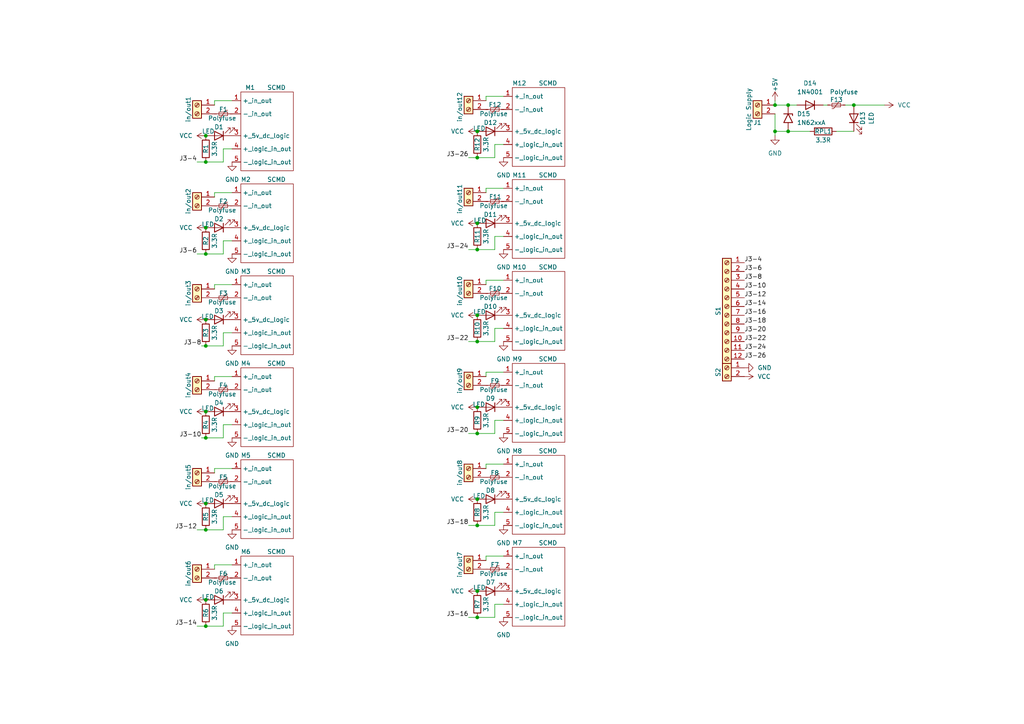
<source format=kicad_sch>
(kicad_sch (version 20231120) (generator "eeschema") (generator_version "8.0")
  (paper "A4")
  (lib_symbols
    (symbol "Connector:Screw_Terminal_01x02" (pin_names (offset 1.016) hide)
      (property "Reference" "J" (at 0 2.54 0))
      (property "Value" "Screw_Terminal_01x02" (at 0 -5.08 0))
      (symbol "Screw_Terminal_01x02_1_1"
        (rectangle (start -1.27 1.27) (end 1.27 -3.81) (stroke (width 0.254)) (fill (type background)))
        (circle (center 0 -2.54) (radius 0.635) (stroke (width 0.1524)))
        (polyline (pts (xy -0.5334 -2.2098) (xy 0.3302 -3.048)) (stroke (width 0.1524)))
        (polyline (pts (xy -0.5334 0.3302) (xy 0.3302 -0.508)) (stroke (width 0.1524)))
        (polyline (pts (xy -0.3556 -2.032) (xy 0.508 -2.8702)) (stroke (width 0.1524)))
        (polyline (pts (xy -0.3556 0.508) (xy 0.508 -0.3302)) (stroke (width 0.1524)))
        (circle (center 0 0) (radius 0.635) (stroke (width 0.1524)))
        (pin passive line (at -5.08 0 0) (length 3.81) (name "Pin_1") (number "1"))
        (pin passive line (at -5.08 -2.54 0) (length 3.81) (name "Pin_2") (number "2"))
      )
    )
    (symbol "Connector:Screw_Terminal_01x12" (pin_names (offset 1.016) hide)
      (property "Reference" "J" (at 0 15.24 0))
      (property "Value" "Screw_Terminal_01x12" (at 0 -17.78 0))
      (symbol "Screw_Terminal_01x12_1_1"
        (rectangle (start -1.27 13.97) (end 1.27 -16.51) (stroke (width 0.254)) (fill (type background)))
        (circle (center 0 -15.24) (radius 0.635) (stroke (width 0.1524)))
        (circle (center 0 -12.7) (radius 0.635) (stroke (width 0.1524)))
        (circle (center 0 -10.16) (radius 0.635) (stroke (width 0.1524)))
        (circle (center 0 -7.62) (radius 0.635) (stroke (width 0.1524)))
        (circle (center 0 -5.08) (radius 0.635) (stroke (width 0.1524)))
        (circle (center 0 -2.54) (radius 0.635) (stroke (width 0.1524)))
        (polyline (pts (xy -0.5334 -14.9098) (xy 0.3302 -15.748)) (stroke (width 0.1524)))
        (polyline (pts (xy -0.5334 -12.3698) (xy 0.3302 -13.208)) (stroke (width 0.1524)))
        (polyline (pts (xy -0.5334 -9.8298) (xy 0.3302 -10.668)) (stroke (width 0.1524)))
        (polyline (pts (xy -0.5334 -7.2898) (xy 0.3302 -8.128)) (stroke (width 0.1524)))
        (polyline (pts (xy -0.5334 -4.7498) (xy 0.3302 -5.588)) (stroke (width 0.1524)))
        (polyline (pts (xy -0.5334 -2.2098) (xy 0.3302 -3.048)) (stroke (width 0.1524)))
        (polyline (pts (xy -0.5334 0.3302) (xy 0.3302 -0.508)) (stroke (width 0.1524)))
        (polyline (pts (xy -0.5334 2.8702) (xy 0.3302 2.032)) (stroke (width 0.1524)))
        (polyline (pts (xy -0.5334 5.4102) (xy 0.3302 4.572)) (stroke (width 0.1524)))
        (polyline (pts (xy -0.5334 7.9502) (xy 0.3302 7.112)) (stroke (width 0.1524)))
        (polyline (pts (xy -0.5334 10.4902) (xy 0.3302 9.652)) (stroke (width 0.1524)))
        (polyline (pts (xy -0.5334 13.0302) (xy 0.3302 12.192)) (stroke (width 0.1524)))
        (polyline (pts (xy -0.3556 -14.732) (xy 0.508 -15.5702)) (stroke (width 0.1524)))
        (polyline (pts (xy -0.3556 -12.192) (xy 0.508 -13.0302)) (stroke (width 0.1524)))
        (polyline (pts (xy -0.3556 -9.652) (xy 0.508 -10.4902)) (stroke (width 0.1524)))
        (polyline (pts (xy -0.3556 -7.112) (xy 0.508 -7.9502)) (stroke (width 0.1524)))
        (polyline (pts (xy -0.3556 -4.572) (xy 0.508 -5.4102)) (stroke (width 0.1524)))
        (polyline (pts (xy -0.3556 -2.032) (xy 0.508 -2.8702)) (stroke (width 0.1524)))
        (polyline (pts (xy -0.3556 0.508) (xy 0.508 -0.3302)) (stroke (width 0.1524)))
        (polyline (pts (xy -0.3556 3.048) (xy 0.508 2.2098)) (stroke (width 0.1524)))
        (polyline (pts (xy -0.3556 5.588) (xy 0.508 4.7498)) (stroke (width 0.1524)))
        (polyline (pts (xy -0.3556 8.128) (xy 0.508 7.2898)) (stroke (width 0.1524)))
        (polyline (pts (xy -0.3556 10.668) (xy 0.508 9.8298)) (stroke (width 0.1524)))
        (polyline (pts (xy -0.3556 13.208) (xy 0.508 12.3698)) (stroke (width 0.1524)))
        (circle (center 0 0) (radius 0.635) (stroke (width 0.1524)))
        (circle (center 0 2.54) (radius 0.635) (stroke (width 0.1524)))
        (circle (center 0 5.08) (radius 0.635) (stroke (width 0.1524)))
        (circle (center 0 7.62) (radius 0.635) (stroke (width 0.1524)))
        (circle (center 0 10.16) (radius 0.635) (stroke (width 0.1524)))
        (circle (center 0 12.7) (radius 0.635) (stroke (width 0.1524)))
        (pin passive line (at -5.08 12.7 0) (length 3.81) (name "Pin_1") (number "1"))
        (pin passive line (at -5.08 -10.16 0) (length 3.81) (name "Pin_10") (number "10"))
        (pin passive line (at -5.08 -12.7 0) (length 3.81) (name "Pin_11") (number "11"))
        (pin passive line (at -5.08 -15.24 0) (length 3.81) (name "Pin_12") (number "12"))
        (pin passive line (at -5.08 10.16 0) (length 3.81) (name "Pin_2") (number "2"))
        (pin passive line (at -5.08 7.62 0) (length 3.81) (name "Pin_3") (number "3"))
        (pin passive line (at -5.08 5.08 0) (length 3.81) (name "Pin_4") (number "4"))
        (pin passive line (at -5.08 2.54 0) (length 3.81) (name "Pin_5") (number "5"))
        (pin passive line (at -5.08 0 0) (length 3.81) (name "Pin_6") (number "6"))
        (pin passive line (at -5.08 -2.54 0) (length 3.81) (name "Pin_7") (number "7"))
        (pin passive line (at -5.08 -5.08 0) (length 3.81) (name "Pin_8") (number "8"))
        (pin passive line (at -5.08 -7.62 0) (length 3.81) (name "Pin_9") (number "9"))
      )
    )
    (symbol "Device:LED" (pin_numbers hide) (pin_names (offset 1.016) hide)
      (property "Reference" "D" (at 0 2.54 0))
      (property "Value" "LED" (at 0 -2.54 0))
      (symbol "LED_0_1"
        (polyline (pts (xy -1.27 -1.27) (xy -1.27 1.27)) (stroke (width 0.254)))
        (polyline (pts (xy -1.27 0) (xy 1.27 0)))
        (polyline (pts (xy 1.27 -1.27) (xy 1.27 1.27) (xy -1.27 0) (xy 1.27 -1.27)) (stroke (width 0.254)))
        (polyline (pts (xy -3.048 -0.762) (xy -4.572 -2.286) (xy -3.81 -2.286) (xy -4.572 -2.286) (xy -4.572 -1.524)))
        (polyline (pts (xy -1.778 -0.762) (xy -3.302 -2.286) (xy -2.54 -2.286) (xy -3.302 -2.286) (xy -3.302 -1.524)))
      )
      (symbol "LED_1_1"
        (pin passive line (at -3.81 0 0) (length 2.54) (name "K") (number "1"))
        (pin passive line (at 3.81 0 180) (length 2.54) (name "A") (number "2"))
      )
    )
    (symbol "Device:Polyfuse_Small" (pin_numbers hide) (pin_names (offset 0))
      (property "Reference" "F" (at -1.905 0 90))
      (property "Value" "Polyfuse_Small" (at 1.905 0 90))
      (symbol "Polyfuse_Small_0_1"
        (rectangle (start -0.508 1.27) (end 0.508 -1.27))
        (polyline (pts (xy 0 2.54) (xy 0 -2.54)))
        (polyline (pts (xy -1.016 1.27) (xy -1.016 0.762) (xy 1.016 -0.762) (xy 1.016 -1.27)))
      )
      (symbol "Polyfuse_Small_1_1"
        (pin passive line (at 0 2.54 270) (length 0.635) (name "~") (number "1"))
        (pin passive line (at 0 -2.54 90) (length 0.635) (name "~") (number "2"))
      )
    )
    (symbol "Device:R" (pin_numbers hide) (pin_names (offset 0))
      (property "Reference" "R" (at 2.032 0 90))
      (property "Value" "R" (at 0 0 90))
      (symbol "R_0_1"
        (rectangle (start -1.016 -2.54) (end 1.016 2.54) (stroke (width 0.254)))
      )
      (symbol "R_1_1"
        (pin passive line (at 0 3.81 270) (length 1.27) (name "~") (number "1"))
        (pin passive line (at 0 -3.81 90) (length 1.27) (name "~") (number "2"))
      )
    )
    (symbol "Diode:1N4001" (pin_numbers hide) (pin_names hide)
      (property "Reference" "D" (at 0 2.54 0))
      (property "Value" "1N4001" (at 0 -2.54 0))
      (symbol "1N4001_0_1"
        (polyline (pts (xy -1.27 1.27) (xy -1.27 -1.27)) (stroke (width 0.254)))
        (polyline (pts (xy 1.27 0) (xy -1.27 0)))
        (polyline (pts (xy 1.27 1.27) (xy 1.27 -1.27) (xy -1.27 0) (xy 1.27 1.27)) (stroke (width 0.254)))
      )
      (symbol "1N4001_1_1"
        (pin passive line (at -3.81 0 0) (length 2.54) (name "K") (number "1"))
        (pin passive line (at 3.81 0 180) (length 2.54) (name "A") (number "2"))
      )
    )
    (symbol "Diode:1N62xxA" (pin_numbers hide) (pin_names (offset 1.016) hide)
      (property "Reference" "D" (at 0 2.54 0))
      (property "Value" "1N62xxA" (at 0 -2.54 0))
      (symbol "1N62xxA_0_1"
        (polyline (pts (xy -0.762 1.27) (xy -1.27 1.27) (xy -1.27 -1.27)) (stroke (width 0.254)))
        (polyline (pts (xy 1.27 1.27) (xy 1.27 -1.27) (xy -1.27 0) (xy 1.27 1.27)) (stroke (width 0.254)))
      )
      (symbol "1N62xxA_1_1"
        (pin passive line (at -3.81 0 0) (length 2.54) (name "A1") (number "1"))
        (pin passive line (at 3.81 0 180) (length 2.54) (name "A2") (number "2"))
      )
    )
    (symbol "SCMD-Module-DIM:SCMD-Module"
      (property "Reference" "M" (at 3.81 1.27 0))
      (property "Value" "SCMD" (at 6.35 -24.13 0))
      (symbol "SCMD-Module_0_1"
        (rectangle (start 0 0) (end 15.24 -22.86))
      )
      (symbol "SCMD-Module_1_1"
        (pin bidirectional line (at -2.54 -2.54 0) (length 2.54) (name "+_in_out") (number "1"))
        (pin bidirectional line (at -2.54 -6.35 0) (length 2.54) (name "-_in_out") (number "2"))
        (pin input line (at -2.54 -12.7 0) (length 2.54) (name "+_5v_dc_logic") (number "3"))
        (pin bidirectional line (at -2.54 -16.51 0) (length 2.54) (name "+_logic_in_out") (number "4"))
        (pin bidirectional line (at -2.54 -20.32 0) (length 2.54) (name "-_logic_in_out") (number "5"))
      )
    )
    (symbol "power:+5V" (power) (pin_names (offset 0))
      (property "Value" "+5V" (at 0 3.556 0))
      (symbol "+5V_0_1"
        (polyline (pts (xy -0.762 1.27) (xy 0 2.54)))
        (polyline (pts (xy 0 0) (xy 0 2.54)))
        (polyline (pts (xy 0 2.54) (xy 0.762 1.27)))
      )
      (symbol "+5V_1_1"
        (pin power_in line (at 0 0 90) (length 0) hide (name "+5V") (number "1"))
      )
    )
    (symbol "power:GND" (power) (pin_names (offset 0))
      (property "Value" "GND" (at 0 -3.81 0))
      (symbol "GND_0_1"
        (polyline (pts (xy 0 0) (xy 0 -1.27) (xy 1.27 -1.27) (xy 0 -2.54) (xy -1.27 -1.27) (xy 0 -1.27)))
      )
      (symbol "GND_1_1"
        (pin power_in line (at 0 0 270) (length 0) hide (name "GND") (number "1"))
      )
    )
    (symbol "power:VCC" (power) (pin_names (offset 0))
      (property "Value" "VCC" (at 0 3.81 0))
      (symbol "VCC_0_1"
        (polyline (pts (xy -0.762 1.27) (xy 0 2.54)))
        (polyline (pts (xy 0 0) (xy 0 2.54)))
        (polyline (pts (xy 0 2.54) (xy 0.762 1.27)))
      )
      (symbol "VCC_1_1"
        (pin power_in line (at 0 0 90) (length 0) hide (name "VCC") (number "1"))
      )
    )
  )
  (junction (at 59.69 73.66))
  (junction (at 59.69 153.67))
  (junction (at 138.43 99.06))
  (junction (at 228.6 30.48))
  (junction (at 138.43 38.1))
  (junction (at 59.69 119.38))
  (junction (at 138.43 64.77))
  (junction (at 224.79 38.1))
  (junction (at 138.43 179.07))
  (junction (at 138.43 118.11))
  (junction (at 138.43 171.45))
  (junction (at 138.43 91.44))
  (junction (at 224.79 30.48))
  (junction (at 138.43 152.4))
  (junction (at 138.43 125.73))
  (junction (at 59.69 173.99))
  (junction (at 59.69 46.99))
  (junction (at 228.6 38.1))
  (junction (at 59.69 66.04))
  (junction (at 247.65 30.48))
  (junction (at 138.43 72.39))
  (junction (at 59.69 127))
  (junction (at 59.69 100.33))
  (junction (at 138.43 45.72))
  (junction (at 59.69 92.71))
  (junction (at 59.69 146.05))
  (junction (at 59.69 39.37))
  (junction (at 138.43 144.78))
  (junction (at 59.69 181.61))
  (wire (pts (xy 57.15 153.67) (xy 59.69 153.67)))
  (wire (pts (xy 228.6 38.1) (xy 224.79 38.1)))
  (wire (pts (xy 64.77 46.99) (xy 64.77 43.18)))
  (wire (pts (xy 143.51 95.25) (xy 146.05 95.25)))
  (wire (pts (xy 247.65 30.48) (xy 256.54 30.48)))
  (wire (pts (xy 140.97 81.28) (xy 146.05 81.28)))
  (wire (pts (xy 57.15 73.66) (xy 59.69 73.66)))
  (wire (pts (xy 138.43 179.07) (xy 143.51 179.07)))
  (wire (pts (xy 59.69 73.66) (xy 64.77 73.66)))
  (wire (pts (xy 64.77 123.19) (xy 67.31 123.19)))
  (wire (pts (xy 228.6 30.48) (xy 224.79 30.48)))
  (wire (pts (xy 140.97 54.61) (xy 146.05 54.61)))
  (wire (pts (xy 135.89 99.06) (xy 138.43 99.06)))
  (wire (pts (xy 62.23 83.82) (xy 62.23 82.55)))
  (wire (pts (xy 64.77 149.86) (xy 67.31 149.86)))
  (wire (pts (xy 140.97 162.56) (xy 140.97 161.29)))
  (wire (pts (xy 140.97 107.95) (xy 146.05 107.95)))
  (wire (pts (xy 240.03 30.48) (xy 238.76 30.48)))
  (wire (pts (xy 62.23 137.16) (xy 62.23 135.89)))
  (wire (pts (xy 135.89 72.39) (xy 138.43 72.39)))
  (wire (pts (xy 59.69 153.67) (xy 64.77 153.67)))
  (wire (pts (xy 224.79 29.21) (xy 224.79 30.48)))
  (wire (pts (xy 247.65 38.1) (xy 242.57 38.1)))
  (wire (pts (xy 224.79 39.37) (xy 224.79 38.1)))
  (wire (pts (xy 143.51 148.59) (xy 146.05 148.59)))
  (wire (pts (xy 59.69 127) (xy 64.77 127)))
  (wire (pts (xy 64.77 127) (xy 64.77 123.19)))
  (wire (pts (xy 224.79 33.02) (xy 224.79 38.1)))
  (wire (pts (xy 140.97 82.55) (xy 140.97 81.28)))
  (wire (pts (xy 143.51 175.26) (xy 146.05 175.26)))
  (wire (pts (xy 62.23 135.89) (xy 67.31 135.89)))
  (wire (pts (xy 143.51 68.58) (xy 146.05 68.58)))
  (wire (pts (xy 135.89 125.73) (xy 138.43 125.73)))
  (wire (pts (xy 143.51 72.39) (xy 143.51 68.58)))
  (wire (pts (xy 62.23 82.55) (xy 67.31 82.55)))
  (wire (pts (xy 135.89 45.72) (xy 138.43 45.72)))
  (wire (pts (xy 140.97 109.22) (xy 140.97 107.95)))
  (wire (pts (xy 58.42 127) (xy 59.69 127)))
  (wire (pts (xy 143.51 152.4) (xy 143.51 148.59)))
  (wire (pts (xy 143.51 45.72) (xy 143.51 41.91)))
  (wire (pts (xy 62.23 109.22) (xy 67.31 109.22)))
  (wire (pts (xy 138.43 152.4) (xy 143.51 152.4)))
  (wire (pts (xy 140.97 161.29) (xy 146.05 161.29)))
  (wire (pts (xy 64.77 43.18) (xy 67.31 43.18)))
  (wire (pts (xy 140.97 135.89) (xy 140.97 134.62)))
  (wire (pts (xy 59.69 100.33) (xy 64.77 100.33)))
  (wire (pts (xy 57.15 46.99) (xy 59.69 46.99)))
  (wire (pts (xy 64.77 69.85) (xy 67.31 69.85)))
  (wire (pts (xy 138.43 72.39) (xy 143.51 72.39)))
  (wire (pts (xy 59.69 46.99) (xy 64.77 46.99)))
  (wire (pts (xy 135.89 179.07) (xy 138.43 179.07)))
  (wire (pts (xy 62.23 57.15) (xy 62.23 55.88)))
  (wire (pts (xy 234.95 38.1) (xy 228.6 38.1)))
  (wire (pts (xy 140.97 55.88) (xy 140.97 54.61)))
  (wire (pts (xy 58.42 100.33) (xy 59.69 100.33)))
  (wire (pts (xy 59.69 181.61) (xy 64.77 181.61)))
  (wire (pts (xy 140.97 27.94) (xy 146.05 27.94)))
  (wire (pts (xy 138.43 45.72) (xy 143.51 45.72)))
  (wire (pts (xy 135.89 152.4) (xy 138.43 152.4)))
  (wire (pts (xy 143.51 121.92) (xy 146.05 121.92)))
  (wire (pts (xy 62.23 163.83) (xy 67.31 163.83)))
  (wire (pts (xy 140.97 29.21) (xy 140.97 27.94)))
  (wire (pts (xy 62.23 29.21) (xy 67.31 29.21)))
  (wire (pts (xy 64.77 153.67) (xy 64.77 149.86)))
  (wire (pts (xy 62.23 30.48) (xy 62.23 29.21)))
  (wire (pts (xy 143.51 99.06) (xy 143.51 95.25)))
  (wire (pts (xy 64.77 181.61) (xy 64.77 177.8)))
  (wire (pts (xy 64.77 96.52) (xy 67.31 96.52)))
  (wire (pts (xy 143.51 125.73) (xy 143.51 121.92)))
  (wire (pts (xy 143.51 179.07) (xy 143.51 175.26)))
  (wire (pts (xy 140.97 134.62) (xy 146.05 134.62)))
  (wire (pts (xy 231.14 30.48) (xy 228.6 30.48)))
  (wire (pts (xy 62.23 55.88) (xy 67.31 55.88)))
  (wire (pts (xy 245.11 30.48) (xy 247.65 30.48)))
  (wire (pts (xy 64.77 73.66) (xy 64.77 69.85)))
  (wire (pts (xy 64.77 177.8) (xy 67.31 177.8)))
  (wire (pts (xy 57.15 181.61) (xy 59.69 181.61)))
  (wire (pts (xy 64.77 100.33) (xy 64.77 96.52)))
  (wire (pts (xy 62.23 110.49) (xy 62.23 109.22)))
  (wire (pts (xy 138.43 125.73) (xy 143.51 125.73)))
  (wire (pts (xy 143.51 41.91) (xy 146.05 41.91)))
  (wire (pts (xy 62.23 165.1) (xy 62.23 163.83)))
  (wire (pts (xy 138.43 99.06) (xy 143.51 99.06)))
  (label "J3-4" (at 57.15 46.99 180))
  (label "J3-4" (at 215.9 76.2 0))
  (label "J3-24" (at 135.89 72.39 180))
  (label "J3-20" (at 215.9 96.52 0))
  (label "J3-24" (at 215.9 101.6 0))
  (label "J3-16" (at 215.9 91.44 0))
  (label "J3-12" (at 57.15 153.67 180))
  (label "J3-22" (at 215.9 99.06 0))
  (label "J3-14" (at 215.9 88.9 0))
  (label "J3-20" (at 135.89 125.73 180))
  (label "J3-10" (at 215.9 83.82 0))
  (label "J3-26" (at 215.9 104.14 0))
  (label "J3-16" (at 135.89 179.07 180))
  (label "J3-12" (at 215.9 86.36 0))
  (label "J3-6" (at 57.15 73.66 180))
  (label "J3-8" (at 215.9 81.28 0))
  (label "J3-8" (at 58.42 100.33 180))
  (label "J3-18" (at 135.89 152.4 180))
  (label "J3-22" (at 135.89 99.06 180))
  (label "J3-6" (at 215.9 78.74 0))
  (label "J3-10" (at 58.42 127 180))
  (label "J3-18" (at 215.9 93.98 0))
  (label "J3-14" (at 57.15 181.61 180))
  (label "J3-26" (at 135.89 45.72 180))
  (symbol (lib_id "SCMD-Module-DIM:SCMD-Module") (at 69.85 80.01 0) (unit 1)
    (property "Reference" "M3" (at 69.85 78.74 0) (effects (justify left)))
    (property "Value" "SCMD" (at 77.47 78.74 0) (effects (justify left)))
    (property "Footprint" "Dataforth Modules:SCMD-Module-DIM" (effects (hide yes)))
    (property "Datasheet" "https://www.dataforth.com/media/pdf/SCMD-Module-DIM.pdf" (effects (hide yes)))
  )
  (symbol (lib_id "Connector:Screw_Terminal_01x02") (at 57.15 30.48 0) (mirror y) (unit 1)
    (property "Reference" "in/out1" (at 54.61 27.94 90) (effects (justify right)))
    (property "Value" "Screw_Terminal_01x02" (effects (hide yes)))
    (property "Footprint" "TerminalBlock_Phoenix:TerminalBlock_Phoenix_MPT-0,5-2-2.54_1x02_P2.54mm_Horizontal" (effects (hide yes)))
  )
  (symbol (lib_id "Device:Polyfuse_Small") (at 143.51 85.09 90) (unit 1)
    (property "Reference" "F10" (at 145.4777 83.6981 90) (effects (justify left)))
    (property "Value" "Polyfuse" (at 147.32 86.36 90) (effects (justify left)))
    (property "Footprint" "Fuse:Fuse_BelFuse_0ZRE0016FF_L9.9mm_W3.8mm" (effects (hide yes)))
  )
  (symbol (lib_id "power:VCC") (at 138.43 91.44 90) (unit 1)
    (property "Reference" "#PWR015" (effects (hide yes)))
    (property "Value" "VCC" (at 134.62 91.44 90) (effects (justify left)))
  )
  (symbol (lib_id "Device:Polyfuse_Small") (at 242.57 30.48 90) (unit 1)
    (property "Reference" "F13" (at 244.4765 28.9161 90) (effects (justify left)))
    (property "Value" "Polyfuse" (at 248.92 26.67 90) (effects (justify left)))
    (property "Footprint" "Fuse:Fuse_BelFuse_0ZRE0016FF_L9.9mm_W3.8mm" (effects (hide yes)))
  )
  (symbol (lib_id "SCMD-Module-DIM:SCMD-Module") (at 69.85 53.34 0) (unit 1)
    (property "Reference" "M2" (at 69.85 52.07 0) (effects (justify left)))
    (property "Value" "SCMD" (at 77.47 52.07 0) (effects (justify left)))
    (property "Footprint" "Dataforth Modules:SCMD-Module-DIM" (effects (hide yes)))
    (property "Datasheet" "https://www.dataforth.com/media/pdf/SCMD-Module-DIM.pdf" (effects (hide yes)))
  )
  (symbol (lib_id "SCMD-Module-DIM:SCMD-Module") (at 148.59 105.41 0) (unit 1)
    (property "Reference" "M9" (at 148.59 104.14 0) (effects (justify left)))
    (property "Value" "SCMD" (at 156.21 104.14 0) (effects (justify left)))
    (property "Footprint" "Dataforth Modules:SCMD-Module-DIM" (effects (hide yes)))
    (property "Datasheet" "https://www.dataforth.com/media/pdf/SCMD-Module-DIM.pdf" (effects (hide yes)))
  )
  (symbol (lib_id "Device:LED") (at 142.24 64.77 180) (unit 1)
    (property "Reference" "D11" (at 142.24 62.23 0))
    (property "Value" "LED" (at 139.1947 63.9157 0))
    (property "Footprint" "LED_THT:LED_D3.0mm_Clear" (effects (hide yes)))
  )
  (symbol (lib_id "Diode:1N62xxA") (at 228.6 34.29 270) (unit 1)
    (property "Reference" "D15" (at 231.14 33.02 90) (effects (justify left)))
    (property "Value" "1N62xxA" (at 231.14 35.56 90) (effects (justify left)))
    (property "Footprint" "Diode_THT:D_DO-201AE_P15.24mm_Horizontal" (effects (hide yes)))
    (property "Datasheet" "https://www.vishay.com/docs/88301/15ke.pdf" (effects (hide yes)))
  )
  (symbol (lib_id "Device:R") (at 138.43 148.59 0) (mirror x) (unit 1)
    (property "Reference" "R8" (at 138.43 148.59 90))
    (property "Value" "3.3R" (at 140.97 148.59 90))
    (property "Footprint" "Resistor_THT:R_Axial_DIN0207_L6.3mm_D2.5mm_P7.62mm_Horizontal" (effects (hide yes)))
  )
  (symbol (lib_id "power:VCC") (at 138.43 38.1 90) (unit 1)
    (property "Reference" "#PWR017" (effects (hide yes)))
    (property "Value" "VCC" (at 134.62 38.1 90) (effects (justify left)))
  )
  (symbol (lib_id "power:GND") (at 67.31 100.33 0) (unit 1)
    (property "Reference" "#PWR021" (effects (hide yes)))
    (property "Value" "GND" (at 67.31 105.41 0))
  )
  (symbol (lib_id "SCMD-Module-DIM:SCMD-Module") (at 69.85 161.29 0) (unit 1)
    (property "Reference" "M6" (at 69.85 160.02 0) (effects (justify left)))
    (property "Value" "SCMD" (at 77.47 160.02 0) (effects (justify left)))
    (property "Footprint" "Dataforth Modules:SCMD-Module-DIM" (effects (hide yes)))
    (property "Datasheet" "https://www.dataforth.com/media/pdf/SCMD-Module-DIM.pdf" (effects (hide yes)))
  )
  (symbol (lib_id "Device:R") (at 59.69 69.85 0) (mirror x) (unit 1)
    (property "Reference" "R2" (at 59.69 69.85 90))
    (property "Value" "3.3R" (at 62.23 69.85 90))
    (property "Footprint" "Resistor_THT:R_Axial_DIN0207_L6.3mm_D2.5mm_P7.62mm_Horizontal" (effects (hide yes)))
  )
  (symbol (lib_id "Device:LED") (at 63.5 173.99 180) (unit 1)
    (property "Reference" "D6" (at 63.5 171.45 0))
    (property "Value" "LED" (at 60.3321 173.1314 0))
    (property "Footprint" "LED_THT:LED_D3.0mm_Clear" (effects (hide yes)))
  )
  (symbol (lib_id "power:VCC") (at 59.69 39.37 90) (unit 1)
    (property "Reference" "#PWR06" (effects (hide yes)))
    (property "Value" "VCC" (at 55.88 39.37 90) (effects (justify left)))
  )
  (symbol (lib_id "SCMD-Module-DIM:SCMD-Module") (at 148.59 52.07 0) (unit 1)
    (property "Reference" "M11" (at 148.59 50.8 0) (effects (justify left)))
    (property "Value" "SCMD" (at 156.21 50.8 0) (effects (justify left)))
    (property "Footprint" "Dataforth Modules:SCMD-Module-DIM" (effects (hide yes)))
    (property "Datasheet" "https://www.dataforth.com/media/pdf/SCMD-Module-DIM.pdf" (effects (hide yes)))
  )
  (symbol (lib_id "power:VCC") (at 59.69 173.99 90) (unit 1)
    (property "Reference" "#PWR011" (effects (hide yes)))
    (property "Value" "VCC" (at 55.88 173.99 90) (effects (justify left)))
  )
  (symbol (lib_id "Device:R") (at 138.43 41.91 0) (mirror x) (unit 1)
    (property "Reference" "R12" (at 138.43 41.91 90))
    (property "Value" "3.3R" (at 140.97 41.91 90))
    (property "Footprint" "Resistor_THT:R_Axial_DIN0207_L6.3mm_D2.5mm_P7.62mm_Horizontal" (effects (hide yes)))
  )
  (symbol (lib_id "power:VCC") (at 59.69 146.05 90) (unit 1)
    (property "Reference" "#PWR010" (effects (hide yes)))
    (property "Value" "VCC" (at 55.88 146.05 90) (effects (justify left)))
  )
  (symbol (lib_id "Device:R") (at 59.69 149.86 0) (mirror x) (unit 1)
    (property "Reference" "R5" (at 59.69 149.86 90))
    (property "Value" "3.3R" (at 62.23 149.86 90))
    (property "Footprint" "Resistor_THT:R_Axial_DIN0207_L6.3mm_D2.5mm_P7.62mm_Horizontal" (effects (hide yes)))
  )
  (symbol (lib_id "SCMD-Module-DIM:SCMD-Module") (at 69.85 26.67 0) (unit 1)
    (property "Reference" "M1" (at 71.12 25.4 0) (effects (justify left)))
    (property "Value" "SCMD" (at 77.47 25.4 0) (effects (justify left)))
    (property "Footprint" "Dataforth Modules:SCMD-Module-DIM" (effects (hide yes)))
    (property "Datasheet" "https://www.dataforth.com/media/pdf/SCMD-Module-DIM.pdf" (effects (hide yes)))
  )
  (symbol (lib_id "power:VCC") (at 256.54 30.48 270) (unit 1)
    (property "Reference" "#PWR01" (effects (hide yes)))
    (property "Value" "VCC" (at 260.35 30.48 90) (effects (justify left)))
  )
  (symbol (lib_id "power:GND") (at 67.31 46.99 0) (unit 1)
    (property "Reference" "#PWR018" (effects (hide yes)))
    (property "Value" "GND" (at 67.31 52.07 0))
  )
  (symbol (lib_id "Device:Polyfuse_Small") (at 64.77 33.02 90) (unit 1)
    (property "Reference" "F1" (at 66.04 31.75 90) (effects (justify left)))
    (property "Value" "Polyfuse" (at 68.58 34.29 90) (effects (justify left)))
    (property "Footprint" "Fuse:Fuse_BelFuse_0ZRE0016FF_L9.9mm_W3.8mm" (effects (hide yes)))
  )
  (symbol (lib_id "Device:Polyfuse_Small") (at 64.77 86.36 90) (unit 1)
    (property "Reference" "F3" (at 66.04 85.09 90) (effects (justify left)))
    (property "Value" "Polyfuse" (at 68.58 87.63 90) (effects (justify left)))
    (property "Footprint" "Fuse:Fuse_BelFuse_0ZRE0016FF_L9.9mm_W3.8mm" (effects (hide yes)))
  )
  (symbol (lib_id "power:GND") (at 67.31 181.61 0) (unit 1)
    (property "Reference" "#PWR022" (effects (hide yes)))
    (property "Value" "GND" (at 67.31 186.69 0))
  )
  (symbol (lib_id "Connector:Screw_Terminal_01x02") (at 57.15 137.16 0) (mirror y) (unit 1)
    (property "Reference" "in/out5" (at 54.61 134.62 90) (effects (justify right)))
    (property "Value" "Screw_Terminal_01x02" (effects (hide yes)))
    (property "Footprint" "TerminalBlock_Phoenix:TerminalBlock_Phoenix_MPT-0,5-2-2.54_1x02_P2.54mm_Horizontal" (effects (hide yes)))
  )
  (symbol (lib_id "Connector:Screw_Terminal_01x02") (at 135.89 162.56 0) (mirror y) (unit 1)
    (property "Reference" "in/out7" (at 133.35 160.02 90) (effects (justify right)))
    (property "Value" "Screw_Terminal_01x02" (effects (hide yes)))
    (property "Footprint" "TerminalBlock_Phoenix:TerminalBlock_Phoenix_MPT-0,5-2-2.54_1x02_P2.54mm_Horizontal" (effects (hide yes)))
  )
  (symbol (lib_id "Connector:Screw_Terminal_01x02") (at 135.89 82.55 0) (mirror y) (unit 1)
    (property "Reference" "in/out10" (at 133.35 80.01 90) (effects (justify right)))
    (property "Value" "Screw_Terminal_01x02" (effects (hide yes)))
    (property "Footprint" "TerminalBlock_Phoenix:TerminalBlock_Phoenix_MPT-0,5-2-2.54_1x02_P2.54mm_Horizontal" (effects (hide yes)))
  )
  (symbol (lib_id "Device:R") (at 59.69 96.52 0) (mirror x) (unit 1)
    (property "Reference" "R3" (at 59.69 96.52 90))
    (property "Value" "3.3R" (at 62.23 96.52 90))
    (property "Footprint" "Resistor_THT:R_Axial_DIN0207_L6.3mm_D2.5mm_P7.62mm_Horizontal" (effects (hide yes)))
  )
  (symbol (lib_id "Device:R") (at 138.43 68.58 0) (mirror x) (unit 1)
    (property "Reference" "R11" (at 138.43 68.58 90))
    (property "Value" "3.3R" (at 140.97 68.58 90))
    (property "Footprint" "Resistor_THT:R_Axial_DIN0207_L6.3mm_D2.5mm_P7.62mm_Horizontal" (effects (hide yes)))
  )
  (symbol (lib_id "Device:LED") (at 63.5 119.38 180) (unit 1)
    (property "Reference" "D4" (at 63.5 116.84 0))
    (property "Value" "LED" (at 60.2419 118.4085 0))
    (property "Footprint" "LED_THT:LED_D3.0mm_Clear" (effects (hide yes)))
  )
  (symbol (lib_id "power:GND") (at 67.31 73.66 0) (unit 1)
    (property "Reference" "#PWR019" (effects (hide yes)))
    (property "Value" "GND" (at 67.31 78.74 0))
  )
  (symbol (lib_id "power:GND") (at 146.05 72.39 0) (unit 1)
    (property "Reference" "#PWR025" (effects (hide yes)))
    (property "Value" "GND" (at 146.05 77.47 0))
  )
  (symbol (lib_id "Connector:Screw_Terminal_01x02") (at 57.15 57.15 0) (mirror y) (unit 1)
    (property "Reference" "in/out2" (at 54.61 54.61 90) (effects (justify right)))
    (property "Value" "Screw_Terminal_01x02" (effects (hide yes)))
    (property "Footprint" "TerminalBlock_Phoenix:TerminalBlock_Phoenix_MPT-0,5-2-2.54_1x02_P2.54mm_Horizontal" (effects (hide yes)))
  )
  (symbol (lib_id "Device:LED") (at 247.65 34.29 90) (unit 1)
    (property "Reference" "D13" (at 250.19 34.29 0))
    (property "Value" "LED" (at 252.73 34.29 0))
    (property "Footprint" "LED_THT:LED_D3.0mm_Clear" (effects (hide yes)))
  )
  (symbol (lib_id "Device:Polyfuse_Small") (at 143.51 31.75 90) (unit 1)
    (property "Reference" "F12" (at 145.4389 30.3689 90) (effects (justify left)))
    (property "Value" "Polyfuse" (at 147.32 33.02 90) (effects (justify left)))
    (property "Footprint" "Fuse:Fuse_BelFuse_0ZRE0016FF_L9.9mm_W3.8mm" (effects (hide yes)))
  )
  (symbol (lib_id "power:GND") (at 67.31 153.67 0) (unit 1)
    (property "Reference" "#PWR023" (effects (hide yes)))
    (property "Value" "GND" (at 67.31 158.75 0))
  )
  (symbol (lib_id "Connector:Screw_Terminal_01x02") (at 135.89 29.21 0) (mirror y) (unit 1)
    (property "Reference" "in/out12" (at 133.35 26.67 90) (effects (justify right)))
    (property "Value" "Screw_Terminal_01x02" (effects (hide yes)))
    (property "Footprint" "TerminalBlock_Phoenix:TerminalBlock_Phoenix_MPT-0,5-2-2.54_1x02_P2.54mm_Horizontal" (effects (hide yes)))
  )
  (symbol (lib_id "Connector:Screw_Terminal_01x02") (at 135.89 109.22 0) (mirror y) (unit 1)
    (property "Reference" "in/out9" (at 133.35 106.68 90) (effects (justify right)))
    (property "Value" "Screw_Terminal_01x02" (effects (hide yes)))
    (property "Footprint" "TerminalBlock_Phoenix:TerminalBlock_Phoenix_MPT-0,5-2-2.54_1x02_P2.54mm_Horizontal" (effects (hide yes)))
  )
  (symbol (lib_id "power:VCC") (at 138.43 118.11 90) (unit 1)
    (property "Reference" "#PWR014" (effects (hide yes)))
    (property "Value" "VCC" (at 134.62 118.11 90) (effects (justify left)))
  )
  (symbol (lib_id "SCMD-Module-DIM:SCMD-Module") (at 148.59 25.4 0) (unit 1)
    (property "Reference" "M12" (at 148.59 24.13 0) (effects (justify left)))
    (property "Value" "SCMD" (at 156.21 24.13 0) (effects (justify left)))
    (property "Footprint" "Dataforth Modules:SCMD-Module-DIM" (effects (hide yes)))
    (property "Datasheet" "https://www.dataforth.com/media/pdf/SCMD-Module-DIM.pdf" (effects (hide yes)))
  )
  (symbol (lib_id "Connector:Screw_Terminal_01x02") (at 57.15 83.82 0) (mirror y) (unit 1)
    (property "Reference" "in/out3" (at 54.61 81.28 90) (effects (justify right)))
    (property "Value" "Screw_Terminal_01x02" (effects (hide yes)))
    (property "Footprint" "TerminalBlock_Phoenix:TerminalBlock_Phoenix_MPT-0,5-2-2.54_1x02_P2.54mm_Horizontal" (effects (hide yes)))
  )
  (symbol (lib_id "Device:R") (at 138.43 95.25 0) (mirror x) (unit 1)
    (property "Reference" "R10" (at 138.43 95.25 90))
    (property "Value" "3.3R" (at 140.97 95.25 90))
    (property "Footprint" "Resistor_THT:R_Axial_DIN0207_L6.3mm_D2.5mm_P7.62mm_Horizontal" (effects (hide yes)))
  )
  (symbol (lib_id "Connector:Screw_Terminal_01x02") (at 135.89 135.89 0) (mirror y) (unit 1)
    (property "Reference" "in/out8" (at 133.35 133.35 90) (effects (justify right)))
    (property "Value" "Screw_Terminal_01x02" (effects (hide yes)))
    (property "Footprint" "TerminalBlock_Phoenix:TerminalBlock_Phoenix_MPT-0,5-2-2.54_1x02_P2.54mm_Horizontal" (effects (hide yes)))
  )
  (symbol (lib_id "Device:LED") (at 142.24 118.11 180) (unit 1)
    (property "Reference" "D9" (at 142.24 115.57 0))
    (property "Value" "LED" (at 138.8993 117.2908 0))
    (property "Footprint" "LED_THT:LED_D3.0mm_Clear" (effects (hide yes)))
  )
  (symbol (lib_id "power:VCC") (at 138.43 64.77 90) (unit 1)
    (property "Reference" "#PWR016" (effects (hide yes)))
    (property "Value" "VCC" (at 134.62 64.77 90) (effects (justify left)))
  )
  (symbol (lib_id "power:GND") (at 146.05 152.4 0) (unit 1)
    (property "Reference" "#PWR027" (effects (hide yes)))
    (property "Value" "GND" (at 146.05 157.48 0))
  )
  (symbol (lib_id "power:VCC") (at 59.69 66.04 90) (unit 1)
    (property "Reference" "#PWR07" (effects (hide yes)))
    (property "Value" "VCC" (at 55.88 66.04 90) (effects (justify left)))
  )
  (symbol (lib_id "SCMD-Module-DIM:SCMD-Module") (at 148.59 158.75 0) (unit 1)
    (property "Reference" "M7" (at 148.59 157.48 0) (effects (justify left)))
    (property "Value" "SCMD" (at 156.21 157.48 0) (effects (justify left)))
    (property "Footprint" "Dataforth Modules:SCMD-Module-DIM" (effects (hide yes)))
    (property "Datasheet" "https://www.dataforth.com/media/pdf/SCMD-Module-DIM.pdf" (effects (hide yes)))
  )
  (symbol (lib_id "SCMD-Module-DIM:SCMD-Module") (at 148.59 78.74 0) (unit 1)
    (property "Reference" "M10" (at 148.59 77.47 0) (effects (justify left)))
    (property "Value" "SCMD" (at 156.21 77.47 0) (effects (justify left)))
    (property "Footprint" "Dataforth Modules:SCMD-Module-DIM" (effects (hide yes)))
    (property "Datasheet" "https://www.dataforth.com/media/pdf/SCMD-Module-DIM.pdf" (effects (hide yes)))
  )
  (symbol (lib_id "Device:Polyfuse_Small") (at 143.51 138.43 90) (unit 1)
    (property "Reference" "F8" (at 144.78 137.16 90) (effects (justify left)))
    (property "Value" "Polyfuse" (at 147.32 139.7 90) (effects (justify left)))
    (property "Footprint" "Fuse:Fuse_BelFuse_0ZRE0016FF_L9.9mm_W3.8mm" (effects (hide yes)))
  )
  (symbol (lib_id "Device:R") (at 138.43 175.26 0) (mirror x) (unit 1)
    (property "Reference" "R7" (at 138.43 175.26 90))
    (property "Value" "3.3R" (at 140.97 175.26 90))
    (property "Footprint" "Resistor_THT:R_Axial_DIN0207_L6.3mm_D2.5mm_P7.62mm_Horizontal" (effects (hide yes)))
  )
  (symbol (lib_id "Device:LED") (at 142.24 91.44 180) (unit 1)
    (property "Reference" "D10" (at 142.24 88.9 0))
    (property "Value" "LED" (at 139.0721 90.4325 0))
    (property "Footprint" "LED_THT:LED_D3.0mm_Clear" (effects (hide yes)))
  )
  (symbol (lib_id "Device:R") (at 59.69 43.18 0) (mirror x) (unit 1)
    (property "Reference" "R1" (at 59.69 43.18 90))
    (property "Value" "3.3R" (at 62.23 43.18 90))
    (property "Footprint" "Resistor_THT:R_Axial_DIN0207_L6.3mm_D2.5mm_P7.62mm_Horizontal" (effects (hide yes)))
  )
  (symbol (lib_id "power:GND") (at 224.79 39.37 0) (unit 1)
    (property "Reference" "#PWR02" (effects (hide yes)))
    (property "Value" "GND" (at 224.79 44.45 0))
  )
  (symbol (lib_id "Device:LED") (at 142.24 38.1 180) (unit 1)
    (property "Reference" "D12" (at 142.24 35.56 0))
    (property "Value" "LED" (at 138.995 37.2552 0))
    (property "Footprint" "LED_THT:LED_D3.0mm_Clear" (effects (hide yes)))
  )
  (symbol (lib_id "SCMD-Module-DIM:SCMD-Module") (at 69.85 106.68 0) (unit 1)
    (property "Reference" "M4" (at 69.85 105.41 0) (effects (justify left)))
    (property "Value" "SCMD" (at 77.47 105.41 0) (effects (justify left)))
    (property "Footprint" "Dataforth Modules:SCMD-Module-DIM" (effects (hide yes)))
    (property "Datasheet" "https://www.dataforth.com/media/pdf/SCMD-Module-DIM.pdf" (effects (hide yes)))
  )
  (symbol (lib_id "SCMD-Module-DIM:SCMD-Module") (at 148.59 132.08 0) (unit 1)
    (property "Reference" "M8" (at 148.59 130.81 0) (effects (justify left)))
    (property "Value" "SCMD" (at 156.21 130.81 0) (effects (justify left)))
    (property "Footprint" "Dataforth Modules:SCMD-Module-DIM" (effects (hide yes)))
    (property "Datasheet" "https://www.dataforth.com/media/pdf/SCMD-Module-DIM.pdf" (effects (hide yes)))
  )
  (symbol (lib_id "Device:Polyfuse_Small") (at 143.51 165.1 90) (unit 1)
    (property "Reference" "F7" (at 144.78 163.83 90) (effects (justify left)))
    (property "Value" "Polyfuse" (at 147.32 166.37 90) (effects (justify left)))
    (property "Footprint" "Fuse:Fuse_BelFuse_0ZRE0016FF_L9.9mm_W3.8mm" (effects (hide yes)))
  )
  (symbol (lib_id "Device:R") (at 138.43 121.92 0) (mirror x) (unit 1)
    (property "Reference" "R9" (at 138.43 121.92 90))
    (property "Value" "3.3R" (at 140.97 121.92 90))
    (property "Footprint" "Resistor_THT:R_Axial_DIN0207_L6.3mm_D2.5mm_P7.62mm_Horizontal" (effects (hide yes)))
  )
  (symbol (lib_id "Device:LED") (at 63.5 66.04 180) (unit 1)
    (property "Reference" "D2" (at 63.5 63.5 0))
    (property "Value" "LED" (at 60.2733 65.0639 0))
    (property "Footprint" "LED_THT:LED_D3.0mm_Clear" (effects (hide yes)))
  )
  (symbol (lib_id "power:GND") (at 146.05 125.73 0) (unit 1)
    (property "Reference" "#PWR026" (effects (hide yes)))
    (property "Value" "GND" (at 146.05 130.81 0))
  )
  (symbol (lib_id "Device:Polyfuse_Small") (at 64.77 113.03 90) (unit 1)
    (property "Reference" "F4" (at 66.04 111.76 90) (effects (justify left)))
    (property "Value" "Polyfuse" (at 68.58 114.3 90) (effects (justify left)))
    (property "Footprint" "Fuse:Fuse_BelFuse_0ZRE0016FF_L9.9mm_W3.8mm" (effects (hide yes)))
  )
  (symbol (lib_id "Device:Polyfuse_Small") (at 143.51 111.76 90) (unit 1)
    (property "Reference" "F9" (at 144.78 110.49 90) (effects (justify left)))
    (property "Value" "Polyfuse" (at 147.32 113.03 90) (effects (justify left)))
    (property "Footprint" "Fuse:Fuse_BelFuse_0ZRE0016FF_L9.9mm_W3.8mm" (effects (hide yes)))
  )
  (symbol (lib_id "power:GND") (at 215.9 106.68 90) (unit 1)
    (property "Reference" "#PWR03" (effects (hide yes)))
    (property "Value" "GND" (at 219.71 106.68 90) (effects (justify right)))
  )
  (symbol (lib_id "Device:Polyfuse_Small") (at 143.51 58.42 90) (unit 1)
    (property "Reference" "F11" (at 145.5219 57.0951 90) (effects (justify left)))
    (property "Value" "Polyfuse" (at 147.32 59.69 90) (effects (justify left)))
    (property "Footprint" "Fuse:Fuse_BelFuse_0ZRE0016FF_L9.9mm_W3.8mm" (effects (hide yes)))
  )
  (symbol (lib_id "power:VCC") (at 59.69 92.71 90) (unit 1)
    (property "Reference" "#PWR08" (effects (hide yes)))
    (property "Value" "VCC" (at 55.88 92.71 90) (effects (justify left)))
  )
  (symbol (lib_id "Device:R") (at 238.76 38.1 90) (mirror x) (unit 1)
    (property "Reference" "RPL1" (at 238.76 38.1 90))
    (property "Value" "3.3R" (at 238.76 40.64 90))
    (property "Footprint" "Resistor_THT:R_Axial_DIN0207_L6.3mm_D2.5mm_P7.62mm_Horizontal" (effects (hide yes)))
  )
  (symbol (lib_id "Device:LED") (at 142.24 171.45 180) (unit 1)
    (property "Reference" "D7" (at 142.24 168.91 0))
    (property "Value" "LED" (at 139.0365 170.4107 0))
    (property "Footprint" "LED_THT:LED_D3.0mm_Clear" (effects (hide yes)))
  )
  (symbol (lib_id "SCMD-Module-DIM:SCMD-Module") (at 69.85 133.35 0) (unit 1)
    (property "Reference" "M5" (at 69.85 132.08 0) (effects (justify left)))
    (property "Value" "SCMD" (at 77.47 132.08 0) (effects (justify left)))
    (property "Footprint" "Dataforth Modules:SCMD-Module-DIM" (effects (hide yes)))
    (property "Datasheet" "https://www.dataforth.com/media/pdf/SCMD-Module-DIM.pdf" (effects (hide yes)))
  )
  (symbol (lib_id "power:GND") (at 146.05 45.72 0) (unit 1)
    (property "Reference" "#PWR024" (effects (hide yes)))
    (property "Value" "GND" (at 146.05 50.8 0))
  )
  (symbol (lib_id "power:VCC") (at 138.43 171.45 90) (unit 1)
    (property "Reference" "#PWR012" (effects (hide yes)))
    (property "Value" "VCC" (at 134.62 171.45 90) (effects (justify left)))
  )
  (symbol (lib_id "Connector:Screw_Terminal_01x12") (at 210.82 88.9 0) (mirror y) (unit 1)
    (property "Reference" "S1" (at 208.28 88.9 90) (effects (justify right)))
    (property "Value" "Screw_Terminal_01x02" (effects (hide yes)))
    (property "Footprint" "TerminalBlock_Phoenix:TerminalBlock_Phoenix_MPT-0,5-12-2.54_1x12_P2.54mm_Horizontal" (effects (hide yes)))
  )
  (symbol (lib_id "Device:Polyfuse_Small") (at 64.77 139.7 90) (unit 1)
    (property "Reference" "F5" (at 66.04 138.43 90) (effects (justify left)))
    (property "Value" "Polyfuse" (at 68.58 140.97 90) (effects (justify left)))
    (property "Footprint" "Fuse:Fuse_BelFuse_0ZRE0016FF_L9.9mm_W3.8mm" (effects (hide yes)))
  )
  (symbol (lib_id "Device:R") (at 59.69 177.8 0) (mirror x) (unit 1)
    (property "Reference" "R6" (at 59.69 177.8 90))
    (property "Value" "3.3R" (at 62.23 177.8 90))
    (property "Footprint" "Resistor_THT:R_Axial_DIN0207_L6.3mm_D2.5mm_P7.62mm_Horizontal" (effects (hide yes)))
  )
  (symbol (lib_id "power:GND") (at 146.05 99.06 0) (unit 1)
    (property "Reference" "#PWR030" (effects (hide yes)))
    (property "Value" "GND" (at 146.05 104.14 0))
  )
  (symbol (lib_id "Connector:Screw_Terminal_01x02") (at 210.82 106.68 0) (mirror y) (unit 1)
    (property "Reference" "S2" (at 208.28 106.68 90) (effects (justify right)))
    (property "Value" "Screw_Terminal_01x02" (effects (hide yes)))
    (property "Footprint" "TerminalBlock_Phoenix:TerminalBlock_Phoenix_MPT-0,5-2-2.54_1x02_P2.54mm_Horizontal" (effects (hide yes)))
  )
  (symbol (lib_id "power:GND") (at 67.31 127 0) (unit 1)
    (property "Reference" "#PWR020" (effects (hide yes)))
    (property "Value" "GND" (at 67.31 132.08 0))
  )
  (symbol (lib_id "power:VCC") (at 59.69 119.38 90) (unit 1)
    (property "Reference" "#PWR09" (effects (hide yes)))
    (property "Value" "VCC" (at 55.88 119.38 90) (effects (justify left)))
  )
  (symbol (lib_id "Device:Polyfuse_Small") (at 64.77 167.64 90) (unit 1)
    (property "Reference" "F6" (at 66.04 166.37 90) (effects (justify left)))
    (property "Value" "Polyfuse" (at 68.58 168.91 90) (effects (justify left)))
    (property "Footprint" "Fuse:Fuse_BelFuse_0ZRE0016FF_L9.9mm_W3.8mm" (effects (hide yes)))
  )
  (symbol (lib_id "Device:LED") (at 142.24 144.78 180) (unit 1)
    (property "Reference" "D8" (at 142.24 142.24 0))
    (property "Value" "LED" (at 138.9637 143.8295 0))
    (property "Footprint" "LED_THT:LED_D3.0mm_Clear" (effects (hide yes)))
  )
  (symbol (lib_id "Device:R") (at 59.69 123.19 0) (mirror x) (unit 1)
    (property "Reference" "R4" (at 59.69 123.19 90))
    (property "Value" "3.3R" (at 62.23 123.19 90))
    (property "Footprint" "Resistor_THT:R_Axial_DIN0207_L6.3mm_D2.5mm_P7.62mm_Horizontal" (effects (hide yes)))
  )
  (symbol (lib_id "Connector:Screw_Terminal_01x02") (at 219.71 30.48 0) (mirror y) (unit 1)
    (property "Reference" "J1" (at 219.71 35.56 0))
    (property "Value" "Logic Supply" (at 217.17 31.75 90))
    (property "Footprint" "TerminalBlock_Phoenix:TerminalBlock_Phoenix_MPT-0,5-2-2.54_1x02_P2.54mm_Horizontal" (effects (hide yes)))
  )
  (symbol (lib_id "power:+5V") (at 224.79 29.21 0) (unit 1)
    (property "Reference" "#PWR031" (effects (hide yes)))
    (property "Value" "+5V" (at 224.79 26.67 90) (effects (justify left)))
  )
  (symbol (lib_id "Connector:Screw_Terminal_01x02") (at 57.15 110.49 0) (mirror y) (unit 1)
    (property "Reference" "in/out4" (at 54.61 107.95 90) (effects (justify right)))
    (property "Value" "Screw_Terminal_01x02" (effects (hide yes)))
    (property "Footprint" "TerminalBlock_Phoenix:TerminalBlock_Phoenix_MPT-0,5-2-2.54_1x02_P2.54mm_Horizontal" (effects (hide yes)))
  )
  (symbol (lib_id "power:VCC") (at 138.43 144.78 90) (unit 1)
    (property "Reference" "#PWR013" (effects (hide yes)))
    (property "Value" "VCC" (at 134.62 144.78 90) (effects (justify left)))
  )
  (symbol (lib_id "power:GND") (at 146.05 179.07 0) (unit 1)
    (property "Reference" "#PWR028" (effects (hide yes)))
    (property "Value" "GND" (at 146.05 184.15 0))
  )
  (symbol (lib_id "Connector:Screw_Terminal_01x02") (at 57.15 165.1 0) (mirror y) (unit 1)
    (property "Reference" "in/out6" (at 54.61 162.56 90) (effects (justify right)))
    (property "Value" "Screw_Terminal_01x02" (effects (hide yes)))
    (property "Footprint" "TerminalBlock_Phoenix:TerminalBlock_Phoenix_MPT-0,5-2-2.54_1x02_P2.54mm_Horizontal" (effects (hide yes)))
  )
  (symbol (lib_id "power:VCC") (at 215.9 109.22 270) (unit 1)
    (property "Reference" "#PWR032" (effects (hide yes)))
    (property "Value" "VCC" (at 219.71 109.22 90) (effects (justify left)))
  )
  (symbol (lib_id "Connector:Screw_Terminal_01x02") (at 135.89 55.88 0) (mirror y) (unit 1)
    (property "Reference" "in/out11" (at 133.35 53.34 90) (effects (justify right)))
    (property "Value" "Screw_Terminal_01x02" (effects (hide yes)))
    (property "Footprint" "TerminalBlock_Phoenix:TerminalBlock_Phoenix_MPT-0,5-2-2.54_1x02_P2.54mm_Horizontal" (effects (hide yes)))
  )
  (symbol (lib_id "Device:LED") (at 63.5 146.05 180) (unit 1)
    (property "Reference" "D5" (at 63.5 143.51 0))
    (property "Value" "LED" (at 60.2419 145.0868 0))
    (property "Footprint" "LED_THT:LED_D3.0mm_Clear" (effects (hide yes)))
  )
  (symbol (lib_id "Device:Polyfuse_Small") (at 64.77 59.69 90) (unit 1)
    (property "Reference" "F2" (at 66.04 58.42 90) (effects (justify left)))
    (property "Value" "Polyfuse" (at 68.58 60.96 90) (effects (justify left)))
    (property "Footprint" "Fuse:Fuse_BelFuse_0ZRE0016FF_L9.9mm_W3.8mm" (effects (hide yes)))
  )
  (symbol (lib_id "Device:LED") (at 63.5 92.71 180) (unit 1)
    (property "Reference" "D3" (at 63.5 90.17 0))
    (property "Value" "LED" (at 60.2008 91.811 0))
    (property "Footprint" "LED_THT:LED_D3.0mm_Clear" (effects (hide yes)))
  )
  (symbol (lib_id "Diode:1N4001") (at 234.95 30.48 180) (unit 1)
    (property "Reference" "D14" (at 234.95 24.13 0))
    (property "Value" "1N4001" (at 234.95 26.67 0))
    (property "Footprint" "Diode_THT:D_DO-41_SOD81_P10.16mm_Horizontal" (effects (hide yes)))
    (property "Datasheet" "http://www.vishay.com/docs/88503/1n4001.pdf" (effects (hide yes)))
    (property "Sim.Device" "D" (effects (hide yes)))
    (property "Sim.Pins" "1=K 2=A" (effects (hide yes)))
  )
  (symbol (lib_id "Device:LED") (at 63.5 39.37 180) (unit 1)
    (property "Reference" "D1" (at 63.5 36.83 0))
    (property "Value" "LED" (at 60.3847 38.0886 0))
    (property "Footprint" "LED_THT:LED_D3.0mm_Clear" (effects (hide yes)))
  )
)
</source>
